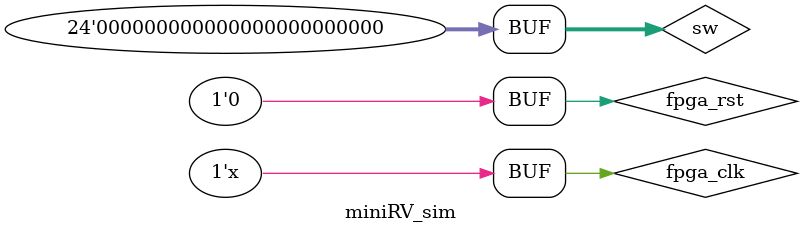
<source format=v>
`timescale 1ns / 1ps

module miniRV_sim();

    reg fpga_rst;
    reg fpga_clk;
    reg [23:0] sw;
    reg [ 4:0] button;
    
    wire [ 7:0]  dig_en;
    wire         DN_A;
    wire         DN_B;
    wire         DN_C;
    wire         DN_D;
    wire         DN_E;
    wire         DN_F;
    wire         DN_G;
    wire         DN_DP;
    wire [23:0]  led;

    initial begin
        fpga_rst = 1;
        fpga_clk = 0;
        #5000
        fpga_rst = 0;
        sw       = 24'h0;
        #10000
        sw       = 24'h0000_0001;
        #10000
        sw       = 24'h0000_0002;
        #10000
        sw       = 24'h0000_0003;
        #100000
        sw       = 24'h0000_0000;
    end

    always #5 fpga_clk = !fpga_clk;

    miniRV_SoC DUT (
        .fpga_rst   (fpga_rst),
        .fpga_clk   (fpga_clk),
        .sw         (sw),
        .button     (button),
        .dig_en     (dig_en),
        .DN_A       (DN_A),
        .DN_B       (DN_B),
        .DN_C       (DN_C),
        .DN_D       (DN_D),
        .DN_E       (DN_E),
        .DN_F       (DN_F),
        .DN_G       (DN_G),
        .DN_DP      (DN_DP),
        .led        (led)
    );

endmodule

</source>
